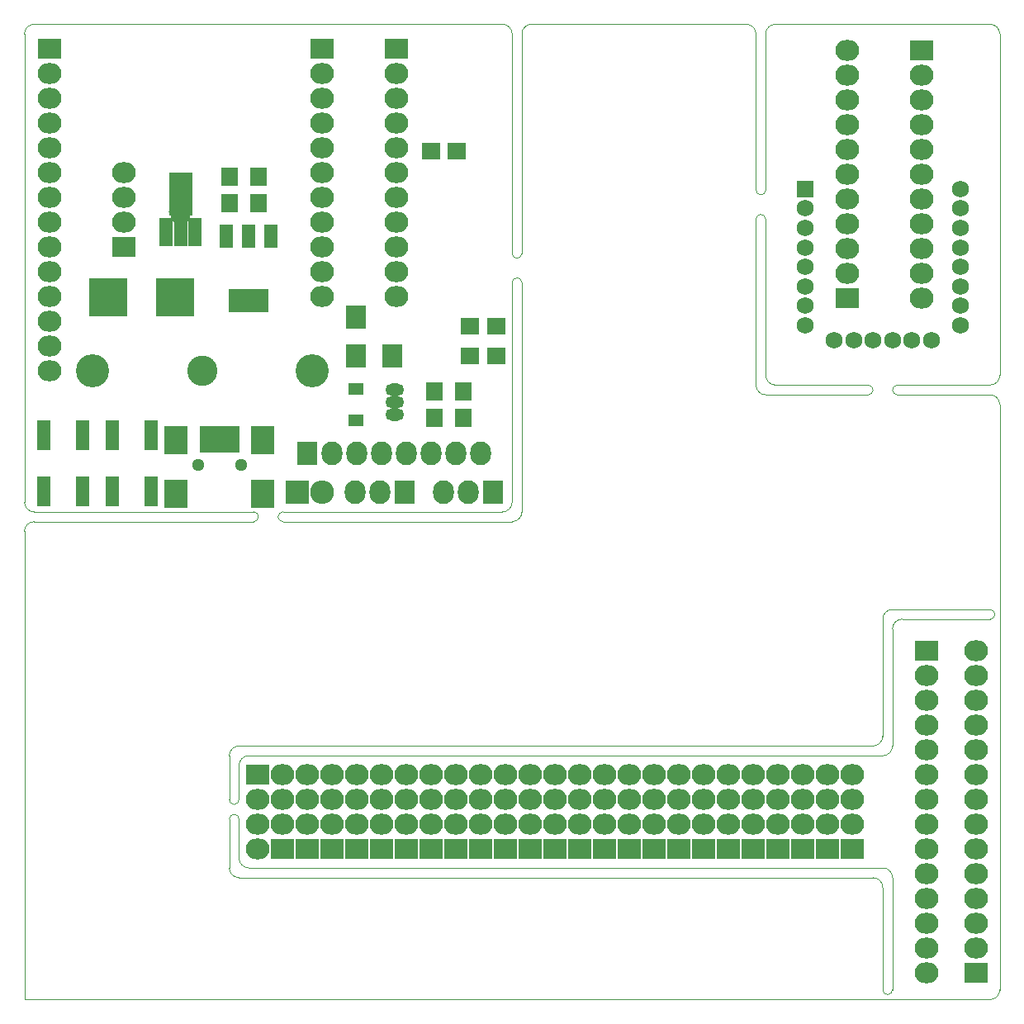
<source format=gts>
G04 #@! TF.FileFunction,Soldermask,Top*
%FSLAX46Y46*%
G04 Gerber Fmt 4.6, Leading zero omitted, Abs format (unit mm)*
G04 Created by KiCad (PCBNEW 4.0.2+dfsg1-stable) date Thu 29 Sep 2016 01:56:18 PM PDT*
%MOMM*%
G01*
G04 APERTURE LIST*
%ADD10C,0.100000*%
%ADD11C,0.010000*%
%ADD12R,2.432000X2.127200*%
%ADD13O,2.432000X2.127200*%
%ADD14R,0.900380X2.701240*%
%ADD15R,2.398980X2.899360*%
%ADD16C,1.299160*%
%ADD17R,2.127200X2.432000*%
%ADD18O,2.127200X2.432000*%
%ADD19C,1.750000*%
%ADD20R,1.750000X1.750000*%
%ADD21R,1.700000X1.900000*%
%ADD22R,3.900000X3.900000*%
%ADD23R,1.900000X1.700000*%
%ADD24R,1.400760X2.901900*%
%ADD25R,2.398980X4.400500*%
%ADD26R,2.432000X2.432000*%
%ADD27O,2.432000X2.432000*%
%ADD28R,1.400000X3.150000*%
%ADD29R,1.620000X1.310000*%
%ADD30R,4.057600X2.432000*%
%ADD31R,1.416000X2.432000*%
%ADD32C,3.400000*%
%ADD33C,3.100000*%
%ADD34O,1.901140X1.299160*%
%ADD35R,2.100000X2.400000*%
G04 APERTURE END LIST*
D10*
D11*
X0Y-49000000D02*
G75*
G03X1000000Y-50000000I1000000J0D01*
G01*
X1000000Y-51000000D02*
G75*
G03X0Y-52000000I0J-1000000D01*
G01*
X24000000Y-50500000D02*
G75*
G03X23500000Y-50000000I-500000J0D01*
G01*
X23500000Y-51000000D02*
G75*
G03X24000000Y-50500000I0J500000D01*
G01*
X26000000Y-50500000D02*
G75*
G03X26500000Y-51000000I500000J0D01*
G01*
X26500000Y-50000000D02*
G75*
G03X26000000Y-50500000I0J-500000D01*
G01*
X49000000Y-50000000D02*
G75*
G03X50000000Y-49000000I0J1000000D01*
G01*
X50000000Y-51000000D02*
G75*
G03X51000000Y-50000000I0J1000000D01*
G01*
X1000000Y0D02*
G75*
G03X0Y-1000000I0J-1000000D01*
G01*
X52000000Y0D02*
G75*
G03X51000000Y-1000000I0J-1000000D01*
G01*
X50000000Y-1000000D02*
G75*
G03X49000000Y0I-1000000J0D01*
G01*
X51000000Y-26500000D02*
G75*
G03X50500000Y-26000000I-500000J0D01*
G01*
X50500000Y-26000000D02*
G75*
G03X50000000Y-26500000I0J-500000D01*
G01*
X50500000Y-24000000D02*
G75*
G03X51000000Y-23500000I0J500000D01*
G01*
X50000000Y-23500000D02*
G75*
G03X50500000Y-24000000I500000J0D01*
G01*
X77000000Y0D02*
G75*
G03X76000000Y-1000000I0J-1000000D01*
G01*
X75000000Y-1000000D02*
G75*
G03X74000000Y0I-1000000J0D01*
G01*
X76000000Y-20000000D02*
G75*
G03X75500000Y-19500000I-500000J0D01*
G01*
X75500000Y-19500000D02*
G75*
G03X75000000Y-20000000I0J-500000D01*
G01*
X75500000Y-17500000D02*
G75*
G03X76000000Y-17000000I0J500000D01*
G01*
X75000000Y-17000000D02*
G75*
G03X75500000Y-17500000I500000J0D01*
G01*
X75000000Y-37000000D02*
G75*
G03X76000000Y-38000000I1000000J0D01*
G01*
X76000000Y-36000000D02*
G75*
G03X77000000Y-37000000I1000000J0D01*
G01*
X89000000Y-37500000D02*
G75*
G03X89500000Y-38000000I500000J0D01*
G01*
X89500000Y-37000000D02*
G75*
G03X89000000Y-37500000I0J-500000D01*
G01*
X86500000Y-38000000D02*
G75*
G03X87000000Y-37500000I0J500000D01*
G01*
X87000000Y-37500000D02*
G75*
G03X86500000Y-37000000I-500000J0D01*
G01*
X100000000Y-39000000D02*
G75*
G03X99000000Y-38000000I-1000000J0D01*
G01*
X99000000Y-37000000D02*
G75*
G03X100000000Y-36000000I0J1000000D01*
G01*
X100000000Y-1000000D02*
G75*
G03X99000000Y0I-1000000J0D01*
G01*
X99000000Y-100000000D02*
G75*
G03X100000000Y-99000000I0J1000000D01*
G01*
X99000000Y-61000000D02*
G75*
G03X99500000Y-60500000I0J500000D01*
G01*
X99500000Y-60500000D02*
G75*
G03X99000000Y-60000000I-500000J0D01*
G01*
X89000000Y-60000000D02*
G75*
G03X88000000Y-61000000I0J-1000000D01*
G01*
X90000000Y-61000000D02*
G75*
G03X89000000Y-62000000I0J-1000000D01*
G01*
X88000000Y-75000000D02*
G75*
G03X89000000Y-74000000I0J1000000D01*
G01*
X87000000Y-74000000D02*
G75*
G03X88000000Y-73000000I0J1000000D01*
G01*
X22000000Y-74000000D02*
G75*
G03X21000000Y-75000000I0J-1000000D01*
G01*
X23000000Y-75000000D02*
G75*
G03X22000000Y-76000000I0J-1000000D01*
G01*
X21500000Y-80000000D02*
G75*
G03X22000000Y-79500000I0J500000D01*
G01*
X21000000Y-79500000D02*
G75*
G03X21500000Y-80000000I500000J0D01*
G01*
X21500000Y-81000000D02*
G75*
G03X21000000Y-81500000I0J-500000D01*
G01*
X22000000Y-81500000D02*
G75*
G03X21500000Y-81000000I-500000J0D01*
G01*
X21000000Y-86500000D02*
G75*
G03X22000000Y-87500000I1000000J0D01*
G01*
X22000000Y-85500000D02*
G75*
G03X23000000Y-86500000I1000000J0D01*
G01*
X89000000Y-87500000D02*
G75*
G03X88000000Y-86500000I-1000000J0D01*
G01*
X88000000Y-88500000D02*
G75*
G03X87000000Y-87500000I-1000000J0D01*
G01*
X88500000Y-99500000D02*
G75*
G03X89000000Y-99000000I0J500000D01*
G01*
X88000000Y-99000000D02*
G75*
G03X88500000Y-99500000I500000J0D01*
G01*
X50000000Y-23500000D02*
X50000000Y-1000000D01*
X1000000Y-50000000D02*
X23500000Y-50000000D01*
X23500000Y-51000000D02*
X1000000Y-51000000D01*
X26500000Y-50000000D02*
X49000000Y-50000000D01*
X50000000Y-51000000D02*
X26500000Y-51000000D01*
X51000000Y-50000000D02*
X51000000Y-26500000D01*
X50000000Y-26500000D02*
X50000000Y-49000000D01*
X51000000Y-23500000D02*
X51000000Y-1000000D01*
X1000000Y0D02*
X49000000Y0D01*
X0Y-49000000D02*
X0Y-1000000D01*
X0Y-100000000D02*
X0Y-52000000D01*
X52000000Y0D02*
X74000000Y0D01*
X76000000Y-36000000D02*
X76000000Y-20000000D01*
X75000000Y-20000000D02*
X75000000Y-37000000D01*
X76000000Y-1000000D02*
X76000000Y-17000000D01*
X75000000Y-17000000D02*
X75000000Y-1000000D01*
X100000000Y-39000000D02*
X100000000Y-99000000D01*
X99000000Y0D02*
X77000000Y0D01*
X100000000Y-36000000D02*
X100000000Y-1000000D01*
X76000000Y-38000000D02*
X86500000Y-38000000D01*
X86500000Y-37000000D02*
X77000000Y-37000000D01*
X89500000Y-38000000D02*
X99000000Y-38000000D01*
X99000000Y-37000000D02*
X89500000Y-37000000D01*
X99000000Y-100000000D02*
X0Y-100000000D01*
X90000000Y-61000000D02*
X99000000Y-61000000D01*
X99000000Y-60000000D02*
X89000000Y-60000000D01*
X88000000Y-88500000D02*
X88000000Y-99000000D01*
X89000000Y-99000000D02*
X89000000Y-87500000D01*
X22000000Y-87500000D02*
X87000000Y-87500000D01*
X22000000Y-85500000D02*
X22000000Y-81500000D01*
X88000000Y-86500000D02*
X23000000Y-86500000D01*
X21000000Y-81500000D02*
X21000000Y-86500000D01*
X22000000Y-79500000D02*
X22000000Y-76000000D01*
X21000000Y-75000000D02*
X21000000Y-79500000D01*
X22000000Y-74000000D02*
X87000000Y-74000000D01*
X88000000Y-75000000D02*
X23000000Y-75000000D01*
X89000000Y-62000000D02*
X89000000Y-74000000D01*
X88000000Y-61000000D02*
X88000000Y-73000000D01*
D12*
X84836000Y-84582000D03*
D13*
X84836000Y-82042000D03*
X84836000Y-79502000D03*
X84836000Y-76962000D03*
D12*
X82296000Y-84582000D03*
D13*
X82296000Y-82042000D03*
X82296000Y-79502000D03*
X82296000Y-76962000D03*
D12*
X79756000Y-84582000D03*
D13*
X79756000Y-82042000D03*
X79756000Y-79502000D03*
X79756000Y-76962000D03*
D12*
X77216000Y-84582000D03*
D13*
X77216000Y-82042000D03*
X77216000Y-79502000D03*
X77216000Y-76962000D03*
D12*
X74676000Y-84582000D03*
D13*
X74676000Y-82042000D03*
X74676000Y-79502000D03*
X74676000Y-76962000D03*
D12*
X72136000Y-84582000D03*
D13*
X72136000Y-82042000D03*
X72136000Y-79502000D03*
X72136000Y-76962000D03*
D12*
X69596000Y-84582000D03*
D13*
X69596000Y-82042000D03*
X69596000Y-79502000D03*
X69596000Y-76962000D03*
D12*
X67056000Y-84582000D03*
D13*
X67056000Y-82042000D03*
X67056000Y-79502000D03*
X67056000Y-76962000D03*
D12*
X64516000Y-84582000D03*
D13*
X64516000Y-82042000D03*
X64516000Y-79502000D03*
X64516000Y-76962000D03*
D12*
X61976000Y-84582000D03*
D13*
X61976000Y-82042000D03*
X61976000Y-79502000D03*
X61976000Y-76962000D03*
D12*
X59436000Y-84582000D03*
D13*
X59436000Y-82042000D03*
X59436000Y-79502000D03*
X59436000Y-76962000D03*
D12*
X56896000Y-84582000D03*
D13*
X56896000Y-82042000D03*
X56896000Y-79502000D03*
X56896000Y-76962000D03*
D12*
X54356000Y-84582000D03*
D13*
X54356000Y-82042000D03*
X54356000Y-79502000D03*
X54356000Y-76962000D03*
D12*
X51816000Y-84582000D03*
D13*
X51816000Y-82042000D03*
X51816000Y-79502000D03*
X51816000Y-76962000D03*
D12*
X49276000Y-84582000D03*
D13*
X49276000Y-82042000D03*
X49276000Y-79502000D03*
X49276000Y-76962000D03*
D12*
X46736000Y-84582000D03*
D13*
X46736000Y-82042000D03*
X46736000Y-79502000D03*
X46736000Y-76962000D03*
D12*
X44196000Y-84582000D03*
D13*
X44196000Y-82042000D03*
X44196000Y-79502000D03*
X44196000Y-76962000D03*
D12*
X41656000Y-84582000D03*
D13*
X41656000Y-82042000D03*
X41656000Y-79502000D03*
X41656000Y-76962000D03*
D12*
X39116000Y-84582000D03*
D13*
X39116000Y-82042000D03*
X39116000Y-79502000D03*
X39116000Y-76962000D03*
D12*
X36576000Y-84582000D03*
D13*
X36576000Y-82042000D03*
X36576000Y-79502000D03*
X36576000Y-76962000D03*
D12*
X34036000Y-84582000D03*
D13*
X34036000Y-82042000D03*
X34036000Y-79502000D03*
X34036000Y-76962000D03*
D12*
X31496000Y-84582000D03*
D13*
X31496000Y-82042000D03*
X31496000Y-79502000D03*
X31496000Y-76962000D03*
D12*
X28956000Y-84582000D03*
D13*
X28956000Y-82042000D03*
X28956000Y-79502000D03*
X28956000Y-76962000D03*
D14*
X18399800Y-42550680D03*
X19199900Y-42550680D03*
X20000000Y-42550680D03*
X20800100Y-42550680D03*
X21600200Y-42550680D03*
D15*
X15549920Y-42649740D03*
X15549920Y-48148840D03*
X24450080Y-42649740D03*
X24450080Y-48148840D03*
D16*
X17800360Y-45149100D03*
X22199640Y-45149100D03*
D17*
X48000000Y-48000000D03*
D18*
X45460000Y-48000000D03*
X42920000Y-48000000D03*
D19*
X93002000Y-32384000D03*
X83002000Y-32384000D03*
X85002000Y-32384000D03*
X87002000Y-32384000D03*
X89002000Y-32384000D03*
X91002000Y-32384000D03*
X96002000Y-30884000D03*
X96002000Y-28884000D03*
X96002000Y-26884000D03*
X96002000Y-24884000D03*
X96002000Y-22884000D03*
X96002000Y-20884000D03*
X96002000Y-18884000D03*
X96002000Y-16884000D03*
D20*
X80002000Y-16884000D03*
D19*
X80002000Y-18884000D03*
X80002000Y-20884000D03*
X80002000Y-22884000D03*
X80002000Y-24884000D03*
X80002000Y-26884000D03*
X80002000Y-28884000D03*
X80002000Y-30884000D03*
D21*
X21000000Y-18350000D03*
X21000000Y-15650000D03*
D22*
X15403600Y-28000000D03*
X8596400Y-28000000D03*
D23*
X48350000Y-31000000D03*
X45650000Y-31000000D03*
X41650000Y-13000000D03*
X44350000Y-13000000D03*
D21*
X24000000Y-18350000D03*
X24000000Y-15650000D03*
D23*
X48350000Y-34000000D03*
X45650000Y-34000000D03*
D24*
X14498860Y-21352040D03*
X16000000Y-21352040D03*
X17501140Y-21352040D03*
D25*
X16000000Y-17399800D03*
D10*
G36*
X17200760Y-19174650D02*
X16700380Y-20323950D01*
X15299620Y-20323950D01*
X14799240Y-19174650D01*
X17200760Y-19174650D01*
X17200760Y-19174650D01*
G37*
D26*
X28000000Y-48000000D03*
D27*
X30540000Y-48000000D03*
D17*
X39000000Y-48000000D03*
D18*
X36460000Y-48000000D03*
X33920000Y-48000000D03*
D28*
X9000000Y-42125000D03*
X9000000Y-47875000D03*
X13000000Y-47875000D03*
X13000000Y-42125000D03*
X6000000Y-47875000D03*
X6000000Y-42125000D03*
X2000000Y-42125000D03*
X2000000Y-47875000D03*
D12*
X84320000Y-28060000D03*
D13*
X84320000Y-25520000D03*
X84320000Y-22980000D03*
X84320000Y-20440000D03*
X84320000Y-17900000D03*
X84320000Y-15360000D03*
X84320000Y-12820000D03*
X84320000Y-10280000D03*
X84320000Y-7740000D03*
X84320000Y-5200000D03*
X84320000Y-2660000D03*
D12*
X91940000Y-2660000D03*
D13*
X91940000Y-5200000D03*
X91940000Y-7740000D03*
X91940000Y-10280000D03*
X91940000Y-12820000D03*
X91940000Y-15360000D03*
X91940000Y-17900000D03*
X91940000Y-20440000D03*
X91940000Y-22980000D03*
X91940000Y-25520000D03*
X91940000Y-28060000D03*
D12*
X2540000Y-2540000D03*
D13*
X2540000Y-5080000D03*
X2540000Y-7620000D03*
X2540000Y-10160000D03*
X2540000Y-12700000D03*
X2540000Y-15240000D03*
X2540000Y-17780000D03*
X2540000Y-20320000D03*
X2540000Y-22860000D03*
X2540000Y-25400000D03*
X2540000Y-27940000D03*
X2540000Y-30480000D03*
X2540000Y-33020000D03*
X2540000Y-35560000D03*
D12*
X10160000Y-22860000D03*
D13*
X10160000Y-20320000D03*
X10160000Y-17780000D03*
X10160000Y-15240000D03*
D21*
X45000000Y-37650000D03*
X45000000Y-40350000D03*
D29*
X34000000Y-37365000D03*
X34000000Y-40635000D03*
D21*
X42000000Y-37650000D03*
X42000000Y-40350000D03*
D30*
X23000000Y-28302000D03*
D31*
X23000000Y-21698000D03*
X20714000Y-21698000D03*
X25286000Y-21698000D03*
D17*
X29000000Y-44000000D03*
D18*
X31540000Y-44000000D03*
X34080000Y-44000000D03*
X36620000Y-44000000D03*
X39160000Y-44000000D03*
X41700000Y-44000000D03*
X44240000Y-44000000D03*
X46780000Y-44000000D03*
D12*
X30480000Y-2540000D03*
D13*
X30480000Y-5080000D03*
X30480000Y-7620000D03*
X30480000Y-10160000D03*
X30480000Y-12700000D03*
X30480000Y-15240000D03*
X30480000Y-17780000D03*
X30480000Y-20320000D03*
X30480000Y-22860000D03*
X30480000Y-25400000D03*
X30480000Y-27940000D03*
D12*
X38100000Y-2540000D03*
D13*
X38100000Y-5080000D03*
X38100000Y-7620000D03*
X38100000Y-10160000D03*
X38100000Y-12700000D03*
X38100000Y-15240000D03*
X38100000Y-17780000D03*
X38100000Y-20320000D03*
X38100000Y-22860000D03*
X38100000Y-25400000D03*
X38100000Y-27940000D03*
D12*
X97536000Y-97282000D03*
D13*
X97536000Y-94742000D03*
X97536000Y-92202000D03*
X97536000Y-89662000D03*
X97536000Y-87122000D03*
X97536000Y-84582000D03*
X97536000Y-82042000D03*
X97536000Y-79502000D03*
X97536000Y-76962000D03*
X97536000Y-74422000D03*
X97536000Y-71882000D03*
X97536000Y-69342000D03*
X97536000Y-66802000D03*
X97536000Y-64262000D03*
D12*
X23876000Y-76962000D03*
D13*
X23876000Y-79502000D03*
X23876000Y-82042000D03*
X23876000Y-84582000D03*
D12*
X92456000Y-64262000D03*
D13*
X92456000Y-66802000D03*
X92456000Y-69342000D03*
X92456000Y-71882000D03*
X92456000Y-74422000D03*
X92456000Y-76962000D03*
X92456000Y-79502000D03*
X92456000Y-82042000D03*
X92456000Y-84582000D03*
X92456000Y-87122000D03*
X92456000Y-89662000D03*
X92456000Y-92202000D03*
X92456000Y-94742000D03*
X92456000Y-97282000D03*
D12*
X26416000Y-84582000D03*
D13*
X26416000Y-82042000D03*
X26416000Y-79502000D03*
X26416000Y-76962000D03*
D32*
X7000000Y-35500000D03*
X29500000Y-35500000D03*
D33*
X18250000Y-35500000D03*
D34*
X38000000Y-38730000D03*
X38000000Y-37460000D03*
X38000000Y-40000000D03*
D35*
X37750000Y-34000000D03*
X34000000Y-30000000D03*
X34000000Y-34000000D03*
M02*

</source>
